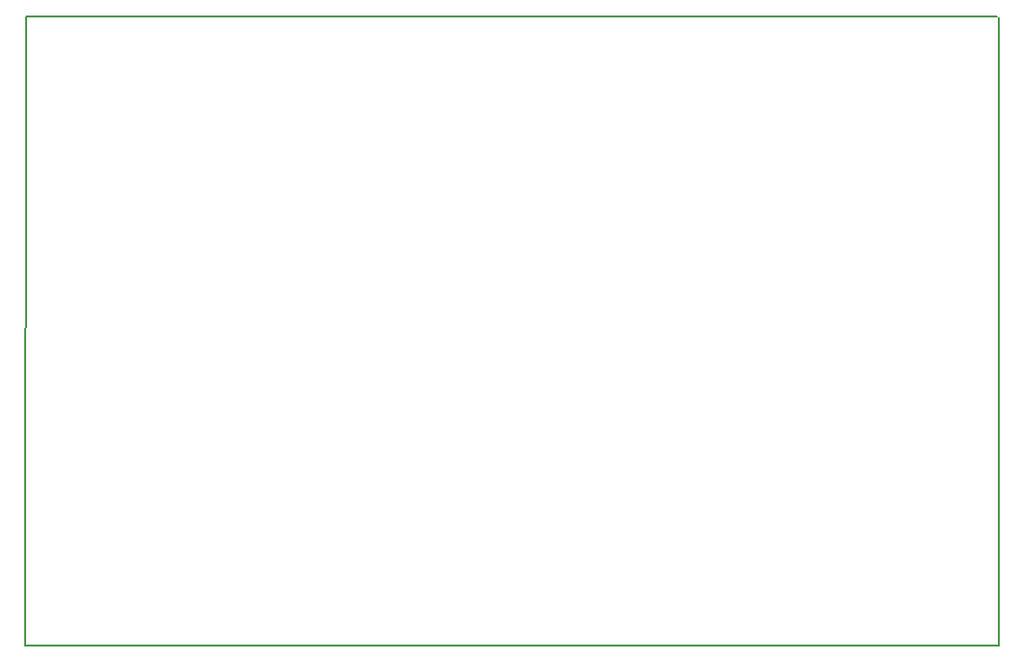
<source format=gm1>
%FSTAX23Y23*%
%MOIN*%
%SFA1B1*%

%IPPOS*%
%ADD40C,0.007870*%
%LNcarduino-1*%
%LPD*%
G54D40*
X0335Y0D02*
Y02161D01*
X03188Y02165D02*
X03262D01*
X0D02*
X03346D01*
X-00001Y0D02*
X0Y02165D01*
X-00001Y0D02*
X0335D01*
M02*
</source>
